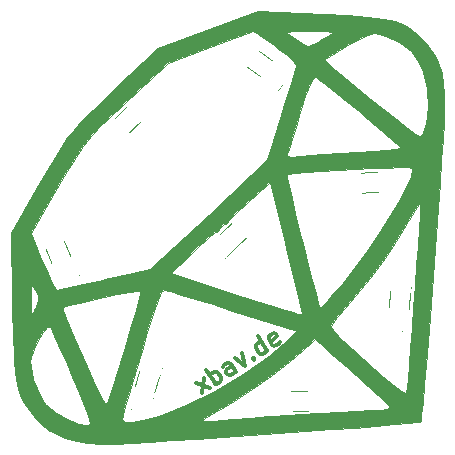
<source format=gto>
G04 #@! TF.GenerationSoftware,KiCad,Pcbnew,(5.0.0)*
G04 #@! TF.CreationDate,2018-10-20T01:37:56+02:00*
G04 #@! TF.ProjectId,rubylife,727562796C6966652E6B696361645F70,rev?*
G04 #@! TF.SameCoordinates,Original*
G04 #@! TF.FileFunction,Legend,Top*
G04 #@! TF.FilePolarity,Positive*
%FSLAX46Y46*%
G04 Gerber Fmt 4.6, Leading zero omitted, Abs format (unit mm)*
G04 Created by KiCad (PCBNEW (5.0.0)) date 10/20/18 01:37:56*
%MOMM*%
%LPD*%
G01*
G04 APERTURE LIST*
%ADD10C,0.300000*%
%ADD11C,0.010000*%
%ADD12C,0.120000*%
%ADD13C,0.150000*%
%ADD14C,1.900000*%
%ADD15C,0.100000*%
G04 APERTURE END LIST*
D10*
X111709537Y-77850937D02*
X111823853Y-76584335D01*
X111164898Y-77012266D02*
X112368492Y-77423006D01*
X112847732Y-77111784D02*
X112030774Y-75853778D01*
X112341996Y-76333018D02*
X112422904Y-76195307D01*
X112662524Y-76039696D01*
X112821237Y-76021796D01*
X112920044Y-76042798D01*
X113057755Y-76123705D01*
X113291172Y-76483136D01*
X113309072Y-76641848D01*
X113288070Y-76740656D01*
X113207163Y-76878367D01*
X112967543Y-77033978D01*
X112808830Y-77051879D01*
X114525074Y-76022505D02*
X114097143Y-75363550D01*
X113959432Y-75282643D01*
X113800719Y-75300543D01*
X113561099Y-75456154D01*
X113480192Y-75593865D01*
X114486171Y-75962600D02*
X114405264Y-76100311D01*
X114105738Y-76294825D01*
X113947025Y-76312726D01*
X113809315Y-76231818D01*
X113731509Y-76112008D01*
X113713609Y-75953295D01*
X113794516Y-75815585D01*
X114094041Y-75621071D01*
X114174949Y-75483360D01*
X114459675Y-74872613D02*
X115303839Y-75516769D01*
X115058725Y-74483585D01*
X116004799Y-74891223D02*
X116103607Y-74912225D01*
X116082605Y-75011033D01*
X115983797Y-74990031D01*
X116004799Y-74891223D01*
X116082605Y-75011033D01*
X117220800Y-74271880D02*
X116403842Y-73013874D01*
X117181898Y-74211975D02*
X117100990Y-74349686D01*
X116861370Y-74505297D01*
X116702657Y-74523197D01*
X116603850Y-74502195D01*
X116466139Y-74421288D01*
X116232722Y-74061857D01*
X116214822Y-73903145D01*
X116235824Y-73804337D01*
X116316731Y-73666626D01*
X116556351Y-73511015D01*
X116715064Y-73493114D01*
X118260188Y-73511725D02*
X118179281Y-73649435D01*
X117939661Y-73805047D01*
X117780948Y-73822947D01*
X117643237Y-73742040D01*
X117332015Y-73262799D01*
X117314115Y-73104087D01*
X117395022Y-72966376D01*
X117634642Y-72810765D01*
X117793355Y-72792864D01*
X117931066Y-72873772D01*
X118008871Y-72993582D01*
X117487626Y-73502420D01*
D11*
G04 #@! TO.C,G\002A\002A\002A*
G36*
X121945309Y-45741829D02*
X124074457Y-45848365D01*
X125748606Y-45970029D01*
X127047438Y-46129481D01*
X128050640Y-46349380D01*
X128837894Y-46652386D01*
X129488884Y-47061158D01*
X130083295Y-47598357D01*
X130638871Y-48214016D01*
X131460815Y-49410742D01*
X131962763Y-50764430D01*
X132187359Y-52411703D01*
X132209285Y-53245210D01*
X132190269Y-53870979D01*
X132135161Y-54925403D01*
X132048629Y-56346816D01*
X131935343Y-58073555D01*
X131799971Y-60043955D01*
X131647184Y-62196352D01*
X131481649Y-64469081D01*
X131308035Y-66800478D01*
X131131013Y-69128879D01*
X130955251Y-71392619D01*
X130785417Y-73530035D01*
X130626182Y-75479461D01*
X130482213Y-77179233D01*
X130358181Y-78567688D01*
X130258754Y-79583160D01*
X130188601Y-80163985D01*
X130162417Y-80278285D01*
X129877104Y-80323327D01*
X129119799Y-80398062D01*
X127952167Y-80498188D01*
X126435872Y-80619406D01*
X124632577Y-80757414D01*
X122603946Y-80907912D01*
X120411643Y-81066600D01*
X118117333Y-81229178D01*
X115782678Y-81391344D01*
X113469344Y-81548799D01*
X111238993Y-81697242D01*
X109153291Y-81832372D01*
X107273899Y-81949889D01*
X105662484Y-82045492D01*
X104380708Y-82114881D01*
X103490236Y-82153756D01*
X103171579Y-82160642D01*
X101960987Y-82067439D01*
X100679006Y-81826724D01*
X100096842Y-81658517D01*
X98622409Y-80927164D01*
X97645463Y-80053191D01*
X97083557Y-79380612D01*
X96641967Y-78719442D01*
X96304693Y-77993220D01*
X96055737Y-77125489D01*
X95879096Y-76039791D01*
X95800946Y-75143400D01*
X97157281Y-75143400D01*
X97371783Y-76635008D01*
X97949626Y-78044528D01*
X98425003Y-78735006D01*
X99224344Y-79455748D01*
X100245263Y-80074353D01*
X101275127Y-80477580D01*
X101872409Y-80570970D01*
X102070336Y-80542463D01*
X102163618Y-80406141D01*
X102132730Y-80093307D01*
X102107493Y-80012637D01*
X104909474Y-80012637D01*
X105145622Y-80259614D01*
X105843034Y-80267944D01*
X106207806Y-80194841D01*
X111593684Y-80194841D01*
X111830039Y-80230831D01*
X112424952Y-80198456D01*
X112730000Y-80166726D01*
X113328575Y-80110294D01*
X114365231Y-80026820D01*
X115744405Y-79923395D01*
X117370531Y-79807111D01*
X119148046Y-79685061D01*
X119866587Y-79637104D01*
X121659296Y-79521089D01*
X123321522Y-79418438D01*
X124762033Y-79334396D01*
X125889596Y-79274207D01*
X126612981Y-79243118D01*
X126773604Y-79240000D01*
X127352879Y-79185497D01*
X127595307Y-79051656D01*
X127591228Y-79025134D01*
X127366917Y-78775791D01*
X126818777Y-78250054D01*
X126026555Y-77522338D01*
X125070002Y-76667058D01*
X124962105Y-76571850D01*
X123933971Y-75665445D01*
X123000533Y-74841902D01*
X122263193Y-74190722D01*
X121823351Y-73801411D01*
X121817465Y-73796181D01*
X121212825Y-73258931D01*
X120346939Y-74078335D01*
X119109567Y-75154507D01*
X117580066Y-76344370D01*
X115940971Y-77515371D01*
X114374820Y-78534961D01*
X113534444Y-79025288D01*
X112644910Y-79525179D01*
X111969948Y-79926741D01*
X111619433Y-80163758D01*
X111593684Y-80194841D01*
X106207806Y-80194841D01*
X106985155Y-80039055D01*
X108022889Y-79743856D01*
X110310704Y-78878096D01*
X112744912Y-77677684D01*
X115156560Y-76239820D01*
X117376693Y-74661708D01*
X118541845Y-73692161D01*
X119741584Y-72622991D01*
X118657809Y-72274761D01*
X122596592Y-72274761D01*
X122835827Y-72600681D01*
X123375765Y-73161346D01*
X124136794Y-73887424D01*
X125039301Y-74709585D01*
X126003673Y-75558498D01*
X126950300Y-76364833D01*
X127799567Y-77059258D01*
X128471864Y-77572443D01*
X128887577Y-77835057D01*
X128982918Y-77836316D01*
X129022780Y-77444340D01*
X129092639Y-76619219D01*
X129186665Y-75440328D01*
X129299028Y-73987043D01*
X129423897Y-72338743D01*
X129555441Y-70574802D01*
X129687829Y-68774598D01*
X129815233Y-67017508D01*
X129931820Y-65382908D01*
X130031761Y-63950174D01*
X130109225Y-62798684D01*
X130158382Y-62007813D01*
X130173400Y-61656939D01*
X130172098Y-61646705D01*
X130019908Y-61821382D01*
X129680197Y-62356908D01*
X129221262Y-63144560D01*
X129136496Y-63295361D01*
X128259062Y-64732903D01*
X127136766Y-66381190D01*
X125896653Y-68066742D01*
X124665769Y-69616082D01*
X123697303Y-70722453D01*
X123099362Y-71415018D01*
X122703437Y-71977659D01*
X122596592Y-72274761D01*
X118657809Y-72274761D01*
X114228262Y-70851495D01*
X112594207Y-70330483D01*
X111126306Y-69870097D01*
X109902740Y-69494237D01*
X109001693Y-69226798D01*
X108501350Y-69091680D01*
X108432597Y-69080000D01*
X108237023Y-69318802D01*
X107948720Y-69958777D01*
X107615932Y-70885279D01*
X107448135Y-71419474D01*
X107059712Y-72705871D01*
X106585562Y-74264672D01*
X106098311Y-75857528D01*
X105827745Y-76737374D01*
X105465065Y-77938005D01*
X105169966Y-78961118D01*
X104974297Y-79693115D01*
X104909474Y-80012637D01*
X102107493Y-80012637D01*
X101958148Y-79535263D01*
X101620348Y-78663312D01*
X101099805Y-77408756D01*
X100715262Y-76499474D01*
X100124658Y-75123266D01*
X99594678Y-73918450D01*
X99164687Y-72972174D01*
X98874050Y-72371586D01*
X98774946Y-72203882D01*
X98531192Y-72262455D01*
X98177283Y-72685304D01*
X97788718Y-73335233D01*
X97440999Y-74075047D01*
X97209628Y-74767549D01*
X97157281Y-75143400D01*
X95800946Y-75143400D01*
X95758772Y-74659667D01*
X95678765Y-72908658D01*
X95623074Y-70710306D01*
X95616183Y-70355980D01*
X95607197Y-69882105D01*
X97177199Y-69882105D01*
X97183932Y-70708608D01*
X97227728Y-71065617D01*
X97343980Y-71018375D01*
X97568081Y-70632121D01*
X97576086Y-70617369D01*
X97602123Y-70555916D01*
X99876411Y-70555916D01*
X99947831Y-70814685D01*
X100200090Y-71482289D01*
X100600555Y-72477286D01*
X101116593Y-73718233D01*
X101584898Y-74819804D01*
X102183194Y-76176226D01*
X102721027Y-77323869D01*
X103160642Y-78187809D01*
X103464284Y-78693118D01*
X103584571Y-78788145D01*
X103723315Y-78473032D01*
X103983483Y-77730485D01*
X104336975Y-76646478D01*
X104755693Y-75306983D01*
X105170917Y-73934482D01*
X105605774Y-72448132D01*
X105971319Y-71146075D01*
X106245464Y-70111468D01*
X106406120Y-69427467D01*
X106434171Y-69178732D01*
X106154805Y-69195388D01*
X105477532Y-69306942D01*
X104525374Y-69487559D01*
X103421352Y-69711402D01*
X102288488Y-69952637D01*
X101249804Y-70185427D01*
X100428321Y-70383937D01*
X99947062Y-70522332D01*
X99876411Y-70555916D01*
X97602123Y-70555916D01*
X97827351Y-70024337D01*
X97763525Y-69530351D01*
X97576086Y-69146842D01*
X97348527Y-68752208D01*
X97229789Y-68694795D01*
X97184478Y-69039844D01*
X97177200Y-69852597D01*
X97177199Y-69882105D01*
X95607197Y-69882105D01*
X95501264Y-64295755D01*
X97178623Y-64295755D01*
X98155302Y-66687878D01*
X98600635Y-67711046D01*
X99002709Y-68514135D01*
X99304728Y-68989525D01*
X99413886Y-69072706D01*
X99763346Y-69013646D01*
X100533419Y-68856184D01*
X101623568Y-68621699D01*
X102933257Y-68331568D01*
X103500342Y-68203759D01*
X105865392Y-67668123D01*
X109058563Y-67668123D01*
X114403492Y-69415794D01*
X116252651Y-70019960D01*
X117655298Y-70475662D01*
X118673128Y-70800777D01*
X119367838Y-71013181D01*
X119801121Y-71130752D01*
X120034674Y-71171366D01*
X120130191Y-71152900D01*
X120149368Y-71093230D01*
X120149474Y-71080749D01*
X120087416Y-70791649D01*
X119913950Y-70062080D01*
X119648135Y-68970151D01*
X119309030Y-67593968D01*
X118915696Y-66011641D01*
X118779764Y-65467617D01*
X117410053Y-59992684D01*
X115638185Y-61585612D01*
X114688329Y-62447086D01*
X113517563Y-63519997D01*
X112294479Y-64649400D01*
X111462439Y-65423331D01*
X109058563Y-67668123D01*
X105865392Y-67668123D01*
X107304895Y-67342105D01*
X112243240Y-62727891D01*
X115867080Y-59341903D01*
X118838637Y-59341903D01*
X118875941Y-59610165D01*
X119025044Y-60303106D01*
X119263232Y-61329790D01*
X119567789Y-62599281D01*
X119916000Y-64020642D01*
X120285150Y-65502936D01*
X120652524Y-66955228D01*
X120995406Y-68286580D01*
X121291083Y-69406056D01*
X121516837Y-70222720D01*
X121649955Y-70645636D01*
X121671844Y-70684211D01*
X121854842Y-70492849D01*
X122307803Y-69974683D01*
X122958221Y-69213591D01*
X123578513Y-68478421D01*
X124615192Y-67180242D01*
X125651738Y-65769285D01*
X126645432Y-64316674D01*
X127553553Y-62893533D01*
X128333381Y-61570986D01*
X128942196Y-60420158D01*
X129337278Y-59512172D01*
X129475906Y-58918153D01*
X129423566Y-58747074D01*
X129123201Y-58715676D01*
X128389891Y-58718644D01*
X127323931Y-58750342D01*
X126025612Y-58805136D01*
X124595229Y-58877388D01*
X123133076Y-58961463D01*
X121739446Y-59051724D01*
X120514632Y-59142536D01*
X119558929Y-59228262D01*
X118972630Y-59303267D01*
X118838637Y-59341903D01*
X115867080Y-59341903D01*
X117181584Y-58113677D01*
X117357867Y-57556607D01*
X118867348Y-57556607D01*
X118878866Y-57770789D01*
X119203946Y-57839011D01*
X119942874Y-57779343D01*
X120038565Y-57767638D01*
X120815061Y-57690949D01*
X121972606Y-57601228D01*
X123358047Y-57509368D01*
X124818233Y-57426258D01*
X124895263Y-57422280D01*
X126201082Y-57341377D01*
X127289935Y-57247515D01*
X128063597Y-57151165D01*
X128423844Y-57062798D01*
X128437895Y-57044629D01*
X128243538Y-56831987D01*
X127714836Y-56351424D01*
X126933342Y-55671133D01*
X125980609Y-54859306D01*
X124938190Y-53984137D01*
X123887638Y-53113817D01*
X122910506Y-52316540D01*
X122088347Y-51660498D01*
X121502714Y-51213884D01*
X121297630Y-51074115D01*
X121090075Y-51174770D01*
X120805125Y-51704638D01*
X120428809Y-52695391D01*
X119992729Y-54032065D01*
X119602415Y-55276925D01*
X119260878Y-56354188D01*
X119004322Y-57150466D01*
X118868950Y-57552373D01*
X118867348Y-57556607D01*
X117357867Y-57556607D01*
X118398161Y-54269196D01*
X118824546Y-52897067D01*
X119185657Y-51687875D01*
X119452812Y-50741390D01*
X119597332Y-50157381D01*
X119614737Y-50037045D01*
X119407245Y-49714524D01*
X119304494Y-49618655D01*
X122091981Y-49618655D01*
X122322026Y-49875500D01*
X122888980Y-50389492D01*
X123714012Y-51096947D01*
X124718286Y-51934181D01*
X125822972Y-52837511D01*
X126949235Y-53743254D01*
X128018242Y-54587725D01*
X128951161Y-55307242D01*
X129669158Y-55838119D01*
X130093401Y-56116674D01*
X130167905Y-56142628D01*
X130383635Y-55861311D01*
X130602529Y-55245375D01*
X130656373Y-55023505D01*
X130798493Y-53618065D01*
X130696325Y-52073693D01*
X130377405Y-50637382D01*
X130087167Y-49917802D01*
X129372527Y-48880551D01*
X128371823Y-48109828D01*
X127142548Y-47566777D01*
X126644401Y-47414915D01*
X126210989Y-47389942D01*
X125704332Y-47526205D01*
X124986450Y-47858049D01*
X124097244Y-48324811D01*
X123180955Y-48837458D01*
X122488082Y-49270481D01*
X122122521Y-49556842D01*
X122091981Y-49618655D01*
X119304494Y-49618655D01*
X118855795Y-49200012D01*
X118066925Y-48589610D01*
X117810000Y-48409098D01*
X116180827Y-47289474D01*
X118678947Y-47289474D01*
X119614737Y-47886548D01*
X120212261Y-48258032D01*
X120582404Y-48469749D01*
X120628020Y-48488127D01*
X120887391Y-48376370D01*
X121459421Y-48087200D01*
X121831178Y-47891053D01*
X122956842Y-47289474D01*
X121813459Y-47206913D01*
X120801891Y-47173053D01*
X119806009Y-47197360D01*
X119674512Y-47206913D01*
X118678947Y-47289474D01*
X116180827Y-47289474D01*
X116005263Y-47168821D01*
X112395790Y-48510900D01*
X108786316Y-49852978D01*
X105310526Y-53105736D01*
X104034774Y-54309023D01*
X103059366Y-55269473D01*
X102289719Y-56104773D01*
X101631251Y-56932607D01*
X100989376Y-57870659D01*
X100269512Y-59036616D01*
X99506680Y-60327125D01*
X97178623Y-64295755D01*
X95501264Y-64295755D01*
X95500952Y-64279329D01*
X97999423Y-59973096D01*
X98876652Y-58469766D01*
X99583092Y-57304967D01*
X100205388Y-56369761D01*
X100830189Y-55555211D01*
X101544142Y-54752380D01*
X102433893Y-53852329D01*
X103586091Y-52746121D01*
X104241053Y-52125778D01*
X107984211Y-48584693D01*
X116388513Y-45493449D01*
X121945309Y-45741829D01*
X121945309Y-45741829D01*
G37*
X121945309Y-45741829D02*
X124074457Y-45848365D01*
X125748606Y-45970029D01*
X127047438Y-46129481D01*
X128050640Y-46349380D01*
X128837894Y-46652386D01*
X129488884Y-47061158D01*
X130083295Y-47598357D01*
X130638871Y-48214016D01*
X131460815Y-49410742D01*
X131962763Y-50764430D01*
X132187359Y-52411703D01*
X132209285Y-53245210D01*
X132190269Y-53870979D01*
X132135161Y-54925403D01*
X132048629Y-56346816D01*
X131935343Y-58073555D01*
X131799971Y-60043955D01*
X131647184Y-62196352D01*
X131481649Y-64469081D01*
X131308035Y-66800478D01*
X131131013Y-69128879D01*
X130955251Y-71392619D01*
X130785417Y-73530035D01*
X130626182Y-75479461D01*
X130482213Y-77179233D01*
X130358181Y-78567688D01*
X130258754Y-79583160D01*
X130188601Y-80163985D01*
X130162417Y-80278285D01*
X129877104Y-80323327D01*
X129119799Y-80398062D01*
X127952167Y-80498188D01*
X126435872Y-80619406D01*
X124632577Y-80757414D01*
X122603946Y-80907912D01*
X120411643Y-81066600D01*
X118117333Y-81229178D01*
X115782678Y-81391344D01*
X113469344Y-81548799D01*
X111238993Y-81697242D01*
X109153291Y-81832372D01*
X107273899Y-81949889D01*
X105662484Y-82045492D01*
X104380708Y-82114881D01*
X103490236Y-82153756D01*
X103171579Y-82160642D01*
X101960987Y-82067439D01*
X100679006Y-81826724D01*
X100096842Y-81658517D01*
X98622409Y-80927164D01*
X97645463Y-80053191D01*
X97083557Y-79380612D01*
X96641967Y-78719442D01*
X96304693Y-77993220D01*
X96055737Y-77125489D01*
X95879096Y-76039791D01*
X95800946Y-75143400D01*
X97157281Y-75143400D01*
X97371783Y-76635008D01*
X97949626Y-78044528D01*
X98425003Y-78735006D01*
X99224344Y-79455748D01*
X100245263Y-80074353D01*
X101275127Y-80477580D01*
X101872409Y-80570970D01*
X102070336Y-80542463D01*
X102163618Y-80406141D01*
X102132730Y-80093307D01*
X102107493Y-80012637D01*
X104909474Y-80012637D01*
X105145622Y-80259614D01*
X105843034Y-80267944D01*
X106207806Y-80194841D01*
X111593684Y-80194841D01*
X111830039Y-80230831D01*
X112424952Y-80198456D01*
X112730000Y-80166726D01*
X113328575Y-80110294D01*
X114365231Y-80026820D01*
X115744405Y-79923395D01*
X117370531Y-79807111D01*
X119148046Y-79685061D01*
X119866587Y-79637104D01*
X121659296Y-79521089D01*
X123321522Y-79418438D01*
X124762033Y-79334396D01*
X125889596Y-79274207D01*
X126612981Y-79243118D01*
X126773604Y-79240000D01*
X127352879Y-79185497D01*
X127595307Y-79051656D01*
X127591228Y-79025134D01*
X127366917Y-78775791D01*
X126818777Y-78250054D01*
X126026555Y-77522338D01*
X125070002Y-76667058D01*
X124962105Y-76571850D01*
X123933971Y-75665445D01*
X123000533Y-74841902D01*
X122263193Y-74190722D01*
X121823351Y-73801411D01*
X121817465Y-73796181D01*
X121212825Y-73258931D01*
X120346939Y-74078335D01*
X119109567Y-75154507D01*
X117580066Y-76344370D01*
X115940971Y-77515371D01*
X114374820Y-78534961D01*
X113534444Y-79025288D01*
X112644910Y-79525179D01*
X111969948Y-79926741D01*
X111619433Y-80163758D01*
X111593684Y-80194841D01*
X106207806Y-80194841D01*
X106985155Y-80039055D01*
X108022889Y-79743856D01*
X110310704Y-78878096D01*
X112744912Y-77677684D01*
X115156560Y-76239820D01*
X117376693Y-74661708D01*
X118541845Y-73692161D01*
X119741584Y-72622991D01*
X118657809Y-72274761D01*
X122596592Y-72274761D01*
X122835827Y-72600681D01*
X123375765Y-73161346D01*
X124136794Y-73887424D01*
X125039301Y-74709585D01*
X126003673Y-75558498D01*
X126950300Y-76364833D01*
X127799567Y-77059258D01*
X128471864Y-77572443D01*
X128887577Y-77835057D01*
X128982918Y-77836316D01*
X129022780Y-77444340D01*
X129092639Y-76619219D01*
X129186665Y-75440328D01*
X129299028Y-73987043D01*
X129423897Y-72338743D01*
X129555441Y-70574802D01*
X129687829Y-68774598D01*
X129815233Y-67017508D01*
X129931820Y-65382908D01*
X130031761Y-63950174D01*
X130109225Y-62798684D01*
X130158382Y-62007813D01*
X130173400Y-61656939D01*
X130172098Y-61646705D01*
X130019908Y-61821382D01*
X129680197Y-62356908D01*
X129221262Y-63144560D01*
X129136496Y-63295361D01*
X128259062Y-64732903D01*
X127136766Y-66381190D01*
X125896653Y-68066742D01*
X124665769Y-69616082D01*
X123697303Y-70722453D01*
X123099362Y-71415018D01*
X122703437Y-71977659D01*
X122596592Y-72274761D01*
X118657809Y-72274761D01*
X114228262Y-70851495D01*
X112594207Y-70330483D01*
X111126306Y-69870097D01*
X109902740Y-69494237D01*
X109001693Y-69226798D01*
X108501350Y-69091680D01*
X108432597Y-69080000D01*
X108237023Y-69318802D01*
X107948720Y-69958777D01*
X107615932Y-70885279D01*
X107448135Y-71419474D01*
X107059712Y-72705871D01*
X106585562Y-74264672D01*
X106098311Y-75857528D01*
X105827745Y-76737374D01*
X105465065Y-77938005D01*
X105169966Y-78961118D01*
X104974297Y-79693115D01*
X104909474Y-80012637D01*
X102107493Y-80012637D01*
X101958148Y-79535263D01*
X101620348Y-78663312D01*
X101099805Y-77408756D01*
X100715262Y-76499474D01*
X100124658Y-75123266D01*
X99594678Y-73918450D01*
X99164687Y-72972174D01*
X98874050Y-72371586D01*
X98774946Y-72203882D01*
X98531192Y-72262455D01*
X98177283Y-72685304D01*
X97788718Y-73335233D01*
X97440999Y-74075047D01*
X97209628Y-74767549D01*
X97157281Y-75143400D01*
X95800946Y-75143400D01*
X95758772Y-74659667D01*
X95678765Y-72908658D01*
X95623074Y-70710306D01*
X95616183Y-70355980D01*
X95607197Y-69882105D01*
X97177199Y-69882105D01*
X97183932Y-70708608D01*
X97227728Y-71065617D01*
X97343980Y-71018375D01*
X97568081Y-70632121D01*
X97576086Y-70617369D01*
X97602123Y-70555916D01*
X99876411Y-70555916D01*
X99947831Y-70814685D01*
X100200090Y-71482289D01*
X100600555Y-72477286D01*
X101116593Y-73718233D01*
X101584898Y-74819804D01*
X102183194Y-76176226D01*
X102721027Y-77323869D01*
X103160642Y-78187809D01*
X103464284Y-78693118D01*
X103584571Y-78788145D01*
X103723315Y-78473032D01*
X103983483Y-77730485D01*
X104336975Y-76646478D01*
X104755693Y-75306983D01*
X105170917Y-73934482D01*
X105605774Y-72448132D01*
X105971319Y-71146075D01*
X106245464Y-70111468D01*
X106406120Y-69427467D01*
X106434171Y-69178732D01*
X106154805Y-69195388D01*
X105477532Y-69306942D01*
X104525374Y-69487559D01*
X103421352Y-69711402D01*
X102288488Y-69952637D01*
X101249804Y-70185427D01*
X100428321Y-70383937D01*
X99947062Y-70522332D01*
X99876411Y-70555916D01*
X97602123Y-70555916D01*
X97827351Y-70024337D01*
X97763525Y-69530351D01*
X97576086Y-69146842D01*
X97348527Y-68752208D01*
X97229789Y-68694795D01*
X97184478Y-69039844D01*
X97177200Y-69852597D01*
X97177199Y-69882105D01*
X95607197Y-69882105D01*
X95501264Y-64295755D01*
X97178623Y-64295755D01*
X98155302Y-66687878D01*
X98600635Y-67711046D01*
X99002709Y-68514135D01*
X99304728Y-68989525D01*
X99413886Y-69072706D01*
X99763346Y-69013646D01*
X100533419Y-68856184D01*
X101623568Y-68621699D01*
X102933257Y-68331568D01*
X103500342Y-68203759D01*
X105865392Y-67668123D01*
X109058563Y-67668123D01*
X114403492Y-69415794D01*
X116252651Y-70019960D01*
X117655298Y-70475662D01*
X118673128Y-70800777D01*
X119367838Y-71013181D01*
X119801121Y-71130752D01*
X120034674Y-71171366D01*
X120130191Y-71152900D01*
X120149368Y-71093230D01*
X120149474Y-71080749D01*
X120087416Y-70791649D01*
X119913950Y-70062080D01*
X119648135Y-68970151D01*
X119309030Y-67593968D01*
X118915696Y-66011641D01*
X118779764Y-65467617D01*
X117410053Y-59992684D01*
X115638185Y-61585612D01*
X114688329Y-62447086D01*
X113517563Y-63519997D01*
X112294479Y-64649400D01*
X111462439Y-65423331D01*
X109058563Y-67668123D01*
X105865392Y-67668123D01*
X107304895Y-67342105D01*
X112243240Y-62727891D01*
X115867080Y-59341903D01*
X118838637Y-59341903D01*
X118875941Y-59610165D01*
X119025044Y-60303106D01*
X119263232Y-61329790D01*
X119567789Y-62599281D01*
X119916000Y-64020642D01*
X120285150Y-65502936D01*
X120652524Y-66955228D01*
X120995406Y-68286580D01*
X121291083Y-69406056D01*
X121516837Y-70222720D01*
X121649955Y-70645636D01*
X121671844Y-70684211D01*
X121854842Y-70492849D01*
X122307803Y-69974683D01*
X122958221Y-69213591D01*
X123578513Y-68478421D01*
X124615192Y-67180242D01*
X125651738Y-65769285D01*
X126645432Y-64316674D01*
X127553553Y-62893533D01*
X128333381Y-61570986D01*
X128942196Y-60420158D01*
X129337278Y-59512172D01*
X129475906Y-58918153D01*
X129423566Y-58747074D01*
X129123201Y-58715676D01*
X128389891Y-58718644D01*
X127323931Y-58750342D01*
X126025612Y-58805136D01*
X124595229Y-58877388D01*
X123133076Y-58961463D01*
X121739446Y-59051724D01*
X120514632Y-59142536D01*
X119558929Y-59228262D01*
X118972630Y-59303267D01*
X118838637Y-59341903D01*
X115867080Y-59341903D01*
X117181584Y-58113677D01*
X117357867Y-57556607D01*
X118867348Y-57556607D01*
X118878866Y-57770789D01*
X119203946Y-57839011D01*
X119942874Y-57779343D01*
X120038565Y-57767638D01*
X120815061Y-57690949D01*
X121972606Y-57601228D01*
X123358047Y-57509368D01*
X124818233Y-57426258D01*
X124895263Y-57422280D01*
X126201082Y-57341377D01*
X127289935Y-57247515D01*
X128063597Y-57151165D01*
X128423844Y-57062798D01*
X128437895Y-57044629D01*
X128243538Y-56831987D01*
X127714836Y-56351424D01*
X126933342Y-55671133D01*
X125980609Y-54859306D01*
X124938190Y-53984137D01*
X123887638Y-53113817D01*
X122910506Y-52316540D01*
X122088347Y-51660498D01*
X121502714Y-51213884D01*
X121297630Y-51074115D01*
X121090075Y-51174770D01*
X120805125Y-51704638D01*
X120428809Y-52695391D01*
X119992729Y-54032065D01*
X119602415Y-55276925D01*
X119260878Y-56354188D01*
X119004322Y-57150466D01*
X118868950Y-57552373D01*
X118867348Y-57556607D01*
X117357867Y-57556607D01*
X118398161Y-54269196D01*
X118824546Y-52897067D01*
X119185657Y-51687875D01*
X119452812Y-50741390D01*
X119597332Y-50157381D01*
X119614737Y-50037045D01*
X119407245Y-49714524D01*
X119304494Y-49618655D01*
X122091981Y-49618655D01*
X122322026Y-49875500D01*
X122888980Y-50389492D01*
X123714012Y-51096947D01*
X124718286Y-51934181D01*
X125822972Y-52837511D01*
X126949235Y-53743254D01*
X128018242Y-54587725D01*
X128951161Y-55307242D01*
X129669158Y-55838119D01*
X130093401Y-56116674D01*
X130167905Y-56142628D01*
X130383635Y-55861311D01*
X130602529Y-55245375D01*
X130656373Y-55023505D01*
X130798493Y-53618065D01*
X130696325Y-52073693D01*
X130377405Y-50637382D01*
X130087167Y-49917802D01*
X129372527Y-48880551D01*
X128371823Y-48109828D01*
X127142548Y-47566777D01*
X126644401Y-47414915D01*
X126210989Y-47389942D01*
X125704332Y-47526205D01*
X124986450Y-47858049D01*
X124097244Y-48324811D01*
X123180955Y-48837458D01*
X122488082Y-49270481D01*
X122122521Y-49556842D01*
X122091981Y-49618655D01*
X119304494Y-49618655D01*
X118855795Y-49200012D01*
X118066925Y-48589610D01*
X117810000Y-48409098D01*
X116180827Y-47289474D01*
X118678947Y-47289474D01*
X119614737Y-47886548D01*
X120212261Y-48258032D01*
X120582404Y-48469749D01*
X120628020Y-48488127D01*
X120887391Y-48376370D01*
X121459421Y-48087200D01*
X121831178Y-47891053D01*
X122956842Y-47289474D01*
X121813459Y-47206913D01*
X120801891Y-47173053D01*
X119806009Y-47197360D01*
X119674512Y-47206913D01*
X118678947Y-47289474D01*
X116180827Y-47289474D01*
X116005263Y-47168821D01*
X112395790Y-48510900D01*
X108786316Y-49852978D01*
X105310526Y-53105736D01*
X104034774Y-54309023D01*
X103059366Y-55269473D01*
X102289719Y-56104773D01*
X101631251Y-56932607D01*
X100989376Y-57870659D01*
X100269512Y-59036616D01*
X99506680Y-60327125D01*
X97178623Y-64295755D01*
X95501264Y-64295755D01*
X95500952Y-64279329D01*
X97999423Y-59973096D01*
X98876652Y-58469766D01*
X99583092Y-57304967D01*
X100205388Y-56369761D01*
X100830189Y-55555211D01*
X101544142Y-54752380D01*
X102433893Y-53852329D01*
X103586091Y-52746121D01*
X104241053Y-52125778D01*
X107984211Y-48584693D01*
X116388513Y-45493449D01*
X121945309Y-45741829D01*
D12*
G04 #@! TO.C,D1*
X111891917Y-65583345D02*
X113051314Y-66826647D01*
X113087882Y-66792547D02*
X116049865Y-64030453D01*
X111928485Y-65549245D02*
X114890467Y-62787152D01*
G04 #@! TO.C,D2*
X99694399Y-68633384D02*
X101259257Y-67969141D01*
X101239720Y-67923115D02*
X99657259Y-64195071D01*
X99674862Y-68587358D02*
X98092401Y-64859314D01*
G04 #@! TO.C,D3*
X118122925Y-52157128D02*
X119122160Y-50781799D01*
X119081709Y-50752409D02*
X115805190Y-48371879D01*
X118082474Y-52127738D02*
X114805955Y-49747208D01*
G04 #@! TO.C,D4*
X105493834Y-79068862D02*
X107127979Y-79537446D01*
X107141761Y-79489383D02*
X108258092Y-75596273D01*
X105507616Y-79020799D02*
X106623947Y-75127690D01*
G04 #@! TO.C,D5*
X123371858Y-59237767D02*
X123431188Y-60936731D01*
X123481157Y-60934986D02*
X127528690Y-60793643D01*
X123421828Y-59236022D02*
X127469361Y-59094679D01*
G04 #@! TO.C,D6*
X103011191Y-55825207D02*
X104192110Y-57048085D01*
X104228077Y-57013352D02*
X107141403Y-54199985D01*
X103047158Y-55790474D02*
X105960484Y-52977108D01*
G04 #@! TO.C,D7*
X117458934Y-77782005D02*
X117547905Y-79479675D01*
X117597836Y-79477058D02*
X121642286Y-79265098D01*
X117508865Y-77779388D02*
X121553315Y-77567427D01*
G04 #@! TO.C,D8*
X127377679Y-72434617D02*
X129073538Y-72553203D01*
X129077026Y-72503325D02*
X129359540Y-68463191D01*
X127381167Y-72384739D02*
X127663681Y-68344605D01*
G04 #@! TO.C,D1*
D13*
X112977517Y-64164064D02*
X112295519Y-63432710D01*
X112469650Y-63270329D01*
X112606606Y-63207727D01*
X112741211Y-63212428D01*
X112840989Y-63249605D01*
X113005720Y-63356434D01*
X113103148Y-63460913D01*
X113198226Y-63632695D01*
X113228352Y-63734824D01*
X113223652Y-63869428D01*
X113151649Y-64001683D01*
X112977517Y-64164064D01*
X114091961Y-63124828D02*
X113674044Y-63514541D01*
X113883002Y-63319685D02*
X113201004Y-62588331D01*
X113228780Y-62757762D01*
X113224079Y-62892367D01*
X113186903Y-62992146D01*
G04 #@! TD*
%LPC*%
D14*
G04 #@! TO.C,D1*
X115506734Y-63374703D03*
D15*
G36*
X115553622Y-62032019D02*
X116849418Y-63421591D01*
X115459846Y-64717387D01*
X114164050Y-63327815D01*
X115553622Y-62032019D01*
X115553622Y-62032019D01*
G37*
D14*
X113093266Y-65625297D03*
D15*
G36*
X113140154Y-64282613D02*
X114435950Y-65672185D01*
X113046378Y-66967981D01*
X111750582Y-65578409D01*
X113140154Y-64282613D01*
X113140154Y-64282613D01*
G37*
G04 #@! TD*
D14*
G04 #@! TO.C,D2*
X98855294Y-64481167D03*
D15*
G36*
X97609620Y-63977882D02*
X99358579Y-63235493D01*
X100100968Y-64984452D01*
X98352009Y-65726841D01*
X97609620Y-63977882D01*
X97609620Y-63977882D01*
G37*
D14*
X100144706Y-67518833D03*
D15*
G36*
X98899032Y-67015548D02*
X100647991Y-66273159D01*
X101390380Y-68022118D01*
X99641421Y-68764507D01*
X98899032Y-67015548D01*
X98899032Y-67015548D01*
G37*
G04 #@! TD*
D14*
G04 #@! TO.C,D3*
X115265122Y-49030154D03*
D15*
G36*
X113938160Y-49240324D02*
X115054952Y-47703192D01*
X116592084Y-48819984D01*
X115475292Y-50357116D01*
X113938160Y-49240324D01*
X113938160Y-49240324D01*
G37*
D14*
X117934878Y-50969846D03*
D15*
G36*
X116607916Y-51180016D02*
X117724708Y-49642884D01*
X119261840Y-50759676D01*
X118145048Y-52296808D01*
X116607916Y-51180016D01*
X116607916Y-51180016D01*
G37*
G04 #@! TD*
D14*
G04 #@! TO.C,D4*
X107454802Y-75313918D03*
D15*
G36*
X106803459Y-74138864D02*
X108629856Y-74662575D01*
X108106145Y-76488972D01*
X106279748Y-75965261D01*
X106803459Y-74138864D01*
X106803459Y-74138864D01*
G37*
D14*
X106545198Y-78486082D03*
D15*
G36*
X105893855Y-77311028D02*
X107720252Y-77834739D01*
X107196541Y-79661136D01*
X105370144Y-79137425D01*
X105893855Y-77311028D01*
X105893855Y-77311028D01*
G37*
G04 #@! TD*
D14*
G04 #@! TO.C,D5*
X127548995Y-59942416D03*
D15*
G36*
X128465262Y-58959840D02*
X128531571Y-60858683D01*
X126632728Y-60924992D01*
X126566419Y-59026149D01*
X128465262Y-58959840D01*
X128465262Y-58959840D01*
G37*
D14*
X124251005Y-60057584D03*
D15*
G36*
X125167272Y-59075008D02*
X125233581Y-60973851D01*
X123334738Y-61040160D01*
X123268429Y-59141317D01*
X125167272Y-59075008D01*
X125167272Y-59075008D01*
G37*
G04 #@! TD*
D14*
G04 #@! TO.C,D6*
X106586911Y-53553814D03*
D15*
G36*
X106610358Y-52210516D02*
X107930209Y-53577261D01*
X106563464Y-54897112D01*
X105243613Y-53530367D01*
X106610358Y-52210516D01*
X106610358Y-52210516D01*
G37*
D14*
X104213089Y-55846186D03*
D15*
G36*
X104236536Y-54502888D02*
X105556387Y-55869633D01*
X104189642Y-57189484D01*
X102869791Y-55822739D01*
X104236536Y-54502888D01*
X104236536Y-54502888D01*
G37*
G04 #@! TD*
D14*
G04 #@! TO.C,D7*
X121647732Y-78413646D03*
D15*
G36*
X122546711Y-77415229D02*
X122646149Y-79312625D01*
X120748753Y-79412063D01*
X120649315Y-77514667D01*
X122546711Y-77415229D01*
X122546711Y-77415229D01*
G37*
D14*
X118352254Y-78586354D03*
D15*
G36*
X119251233Y-77587937D02*
X119350671Y-79485333D01*
X117453275Y-79584771D01*
X117353837Y-77687375D01*
X119251233Y-77587937D01*
X119251233Y-77587937D01*
G37*
G04 #@! TD*
D14*
G04 #@! TO.C,D8*
X128515098Y-68354019D03*
D15*
G36*
X127633681Y-67340065D02*
X129529052Y-67472602D01*
X129396515Y-69367973D01*
X127501144Y-69235436D01*
X127633681Y-67340065D01*
X127633681Y-67340065D01*
G37*
D14*
X128284902Y-71645981D03*
D15*
G36*
X127403485Y-70632027D02*
X129298856Y-70764564D01*
X129166319Y-72659935D01*
X127270948Y-72527398D01*
X127403485Y-70632027D01*
X127403485Y-70632027D01*
G37*
G04 #@! TD*
M02*

</source>
